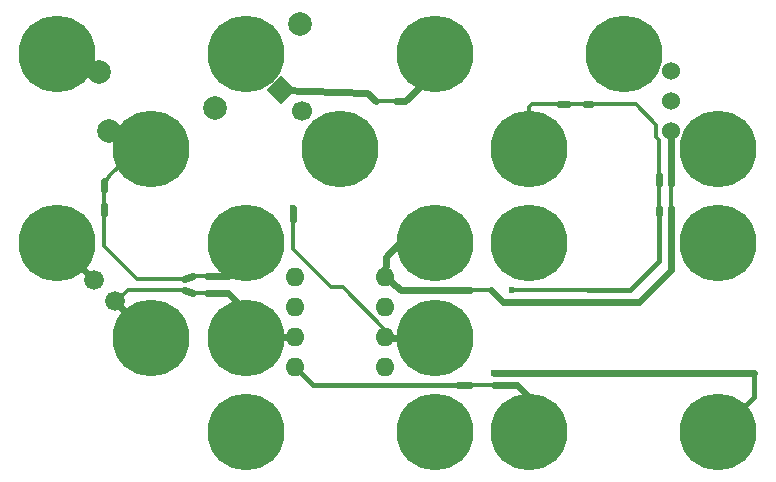
<source format=gbl>
G04 #@! TF.FileFunction,Copper,L2,Bot,Signal*
%FSLAX46Y46*%
G04 Gerber Fmt 4.6, Leading zero omitted, Abs format (unit mm)*
G04 Created by KiCad (PCBNEW (2015-08-15 BZR 6092)-product) date 2/28/2016 12:14:40 PM*
%MOMM*%
G01*
G04 APERTURE LIST*
%ADD10C,0.100000*%
%ADD11C,1.676400*%
%ADD12C,1.700000*%
%ADD13O,1.600000X1.600000*%
%ADD14C,1.998980*%
%ADD15C,6.500000*%
%ADD16C,1.524000*%
%ADD17C,2.000000*%
%ADD18C,0.600000*%
%ADD19C,0.609600*%
%ADD20C,0.304800*%
%ADD21C,0.406400*%
G04 APERTURE END LIST*
D10*
D11*
X116101974Y-43101974D03*
X117898026Y-44898026D03*
D10*
G36*
X132000000Y-28202082D02*
X130797918Y-27000000D01*
X132000000Y-25797918D01*
X133202082Y-27000000D01*
X132000000Y-28202082D01*
X132000000Y-28202082D01*
G37*
D12*
X133796051Y-28796051D03*
D13*
X133200000Y-42900000D03*
X133200000Y-45440000D03*
X133200000Y-47980000D03*
X133200000Y-50520000D03*
X140820000Y-50520000D03*
X140820000Y-47980000D03*
X140820000Y-45440000D03*
X140820000Y-42900000D03*
D14*
X126407898Y-28592102D03*
X133592102Y-21407898D03*
D15*
X129000000Y-48000000D03*
X145000000Y-48000000D03*
X169000000Y-56000000D03*
X145000000Y-56000000D03*
X129000000Y-40000000D03*
X129000000Y-56000000D03*
X145000000Y-40000000D03*
X161000000Y-24000000D03*
X169000000Y-32000000D03*
X169000000Y-40000000D03*
D16*
X165000000Y-28000000D03*
X165000000Y-30540000D03*
X165000000Y-25460000D03*
D15*
X129000000Y-24000000D03*
X137000000Y-32000000D03*
X145000000Y-24000000D03*
X153000000Y-32000000D03*
X153000000Y-40000000D03*
X153000000Y-56000000D03*
X113000000Y-40000000D03*
X121000000Y-48000000D03*
X113000000Y-24000000D03*
X121000000Y-32000000D03*
D17*
X117434120Y-30462019D03*
X116565880Y-25537981D03*
D18*
X133000000Y-37000000D03*
X151500000Y-44000000D03*
X150000000Y-51000000D03*
X172000000Y-51000000D03*
D19*
X141750000Y-28000000D02*
X142500000Y-28000000D01*
X132000000Y-27000000D02*
X139250000Y-27250000D01*
X139250000Y-27250000D02*
X140000000Y-28000000D01*
D20*
X141750000Y-28000000D02*
X140000000Y-28000000D01*
D19*
X142500000Y-28000000D02*
X145000000Y-25500000D01*
X145000000Y-25500000D02*
X145000000Y-24000000D01*
D21*
X135000000Y-52000000D02*
X134680000Y-52000000D01*
D19*
X147000000Y-52000000D02*
X148000000Y-52000000D01*
X153000000Y-53000000D02*
X152000000Y-52000000D01*
X152000000Y-52000000D02*
X150000000Y-52000000D01*
D20*
X148000000Y-52000000D02*
X150000000Y-52000000D01*
D21*
X135000000Y-52000000D02*
X147000000Y-52000000D01*
X134680000Y-52000000D02*
X133200000Y-50520000D01*
D19*
X153000000Y-56000000D02*
X153000000Y-53000000D01*
X113000000Y-40000000D02*
X116101974Y-43101974D01*
D20*
X116203948Y-43000000D02*
X116101974Y-43101974D01*
D19*
X158500000Y-45000000D02*
X162250000Y-45000000D01*
X158500000Y-45000000D02*
X150750000Y-45000000D01*
X150750000Y-45000000D02*
X149750000Y-44000000D01*
D20*
X165000000Y-37000000D02*
X165000000Y-35000000D01*
D19*
X165000000Y-30540000D02*
X165000000Y-35000000D01*
X165000000Y-37000000D02*
X165000000Y-38000000D01*
X148000000Y-44000000D02*
X142120000Y-44000000D01*
X142120000Y-44000000D02*
X140820000Y-42900000D01*
D20*
X149750000Y-44000000D02*
X148000000Y-44000000D01*
D19*
X165000000Y-42250000D02*
X165000000Y-38000000D01*
X162250000Y-45000000D02*
X165000000Y-42250000D01*
X140820000Y-42900000D02*
X140870000Y-41130000D01*
X140870000Y-41130000D02*
X142000000Y-40000000D01*
X142000000Y-40000000D02*
X145000000Y-40000000D01*
X133000000Y-37000000D02*
X133000000Y-38000000D01*
D20*
X137250000Y-43750000D02*
X136250000Y-43750000D01*
X136250000Y-43750000D02*
X133000000Y-40500000D01*
X133000000Y-40500000D02*
X133000000Y-38000000D01*
X137250000Y-43750000D02*
X140820000Y-47320000D01*
X140820000Y-47980000D02*
X140820000Y-47320000D01*
D19*
X145000000Y-48000000D02*
X140840000Y-48000000D01*
X140840000Y-48000000D02*
X140820000Y-47980000D01*
D21*
X158000000Y-44000000D02*
X161500000Y-44000000D01*
D19*
X157750000Y-28250000D02*
X158250000Y-28250000D01*
D20*
X164000000Y-31250000D02*
X163750000Y-31000000D01*
X163750000Y-31000000D02*
X163750000Y-30000000D01*
X163750000Y-30000000D02*
X162000000Y-28250000D01*
X162000000Y-28250000D02*
X158250000Y-28250000D01*
D19*
X164000000Y-34250000D02*
X164000000Y-35000000D01*
D20*
X151500000Y-44000000D02*
X158000000Y-44000000D01*
D19*
X164000000Y-37500000D02*
X164000000Y-37000000D01*
D20*
X164000000Y-35000000D02*
X164000000Y-37000000D01*
X164000000Y-34250000D02*
X164000000Y-31250000D01*
X157750000Y-28250000D02*
X156250000Y-28250000D01*
D21*
X164000000Y-41500000D02*
X164000000Y-37500000D01*
X161500000Y-44000000D02*
X164000000Y-41500000D01*
D20*
X155750000Y-28250000D02*
X153250000Y-28250000D01*
X153000000Y-28500000D02*
X153000000Y-32000000D01*
X153250000Y-28250000D02*
X153000000Y-28500000D01*
D19*
X156250000Y-28250000D02*
X155750000Y-28250000D01*
X155750000Y-28250000D02*
X155500000Y-28250000D01*
D20*
X156000000Y-28250000D02*
X156250000Y-28250000D01*
D19*
X126500000Y-44250000D02*
X127500000Y-44250000D01*
D20*
X118101974Y-44898026D02*
X119000000Y-44000000D01*
X119000000Y-44000000D02*
X119750000Y-44000000D01*
X123750000Y-44000000D02*
X119750000Y-44000000D01*
D19*
X123750000Y-44000000D02*
X124500000Y-44250000D01*
D20*
X124500000Y-44250000D02*
X125750000Y-44250000D01*
D19*
X126500000Y-44250000D02*
X125750000Y-44250000D01*
X127500000Y-44250000D02*
X129000000Y-45750000D01*
X129000000Y-45750000D02*
X129000000Y-48000000D01*
X117898026Y-44898026D02*
X121000000Y-48000000D01*
D20*
X117898026Y-44898026D02*
X118101974Y-44898026D01*
X133200000Y-47980000D02*
X132780000Y-47980000D01*
D19*
X133200000Y-47980000D02*
X129170000Y-47830000D01*
X129170000Y-47830000D02*
X129000000Y-48000000D01*
D21*
X172000000Y-51000000D02*
X172000000Y-53000000D01*
X172000000Y-53000000D02*
X169000000Y-56000000D01*
D19*
X172000000Y-51000000D02*
X150000000Y-51000000D01*
X127500000Y-42750000D02*
X125750000Y-42750000D01*
X117000000Y-36750000D02*
X117000000Y-37500000D01*
D20*
X117000000Y-35500000D02*
X117000000Y-36750000D01*
D19*
X117000000Y-35500000D02*
X117000000Y-35000000D01*
D20*
X119750000Y-43000000D02*
X117000000Y-40250000D01*
X117000000Y-40250000D02*
X117000000Y-37000000D01*
X117000000Y-37000000D02*
X117000000Y-37500000D01*
X124500000Y-42750000D02*
X125750000Y-42750000D01*
D19*
X123750000Y-43000000D02*
X124500000Y-42750000D01*
D20*
X123750000Y-43000000D02*
X119750000Y-43000000D01*
D19*
X127500000Y-42750000D02*
X129000000Y-41250000D01*
X129000000Y-41250000D02*
X129000000Y-40000000D01*
D20*
X117434120Y-30462019D02*
X119462019Y-30462019D01*
X119462019Y-30462019D02*
X121000000Y-32000000D01*
X117000000Y-35000000D02*
X117500000Y-34250000D01*
X117500000Y-34250000D02*
X119750000Y-32000000D01*
X119750000Y-32000000D02*
X121000000Y-32000000D01*
D19*
X117000000Y-34750000D02*
X117000000Y-35000000D01*
X129000000Y-40000000D02*
X129000000Y-40750000D01*
M02*

</source>
